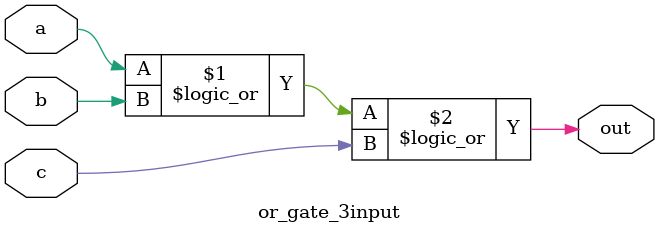
<source format=v>
module or_gate_3input(a,b,c,out);
    input a;
    input b;
    input c;
    output out;

    assign out = a || b || c ;
endmodule
</source>
